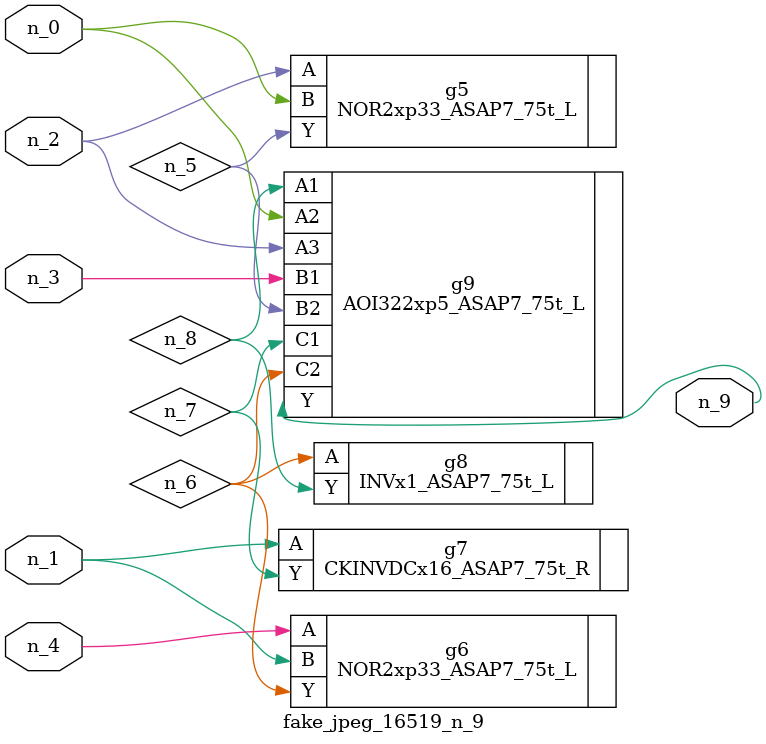
<source format=v>
module fake_jpeg_16519_n_9 (n_3, n_2, n_1, n_0, n_4, n_9);

input n_3;
input n_2;
input n_1;
input n_0;
input n_4;

output n_9;

wire n_8;
wire n_6;
wire n_5;
wire n_7;

NOR2xp33_ASAP7_75t_L g5 ( 
.A(n_2),
.B(n_0),
.Y(n_5)
);

NOR2xp33_ASAP7_75t_L g6 ( 
.A(n_4),
.B(n_1),
.Y(n_6)
);

CKINVDCx16_ASAP7_75t_R g7 ( 
.A(n_1),
.Y(n_7)
);

INVx1_ASAP7_75t_L g8 ( 
.A(n_6),
.Y(n_8)
);

AOI322xp5_ASAP7_75t_L g9 ( 
.A1(n_8),
.A2(n_0),
.A3(n_2),
.B1(n_3),
.B2(n_5),
.C1(n_7),
.C2(n_6),
.Y(n_9)
);


endmodule
</source>
